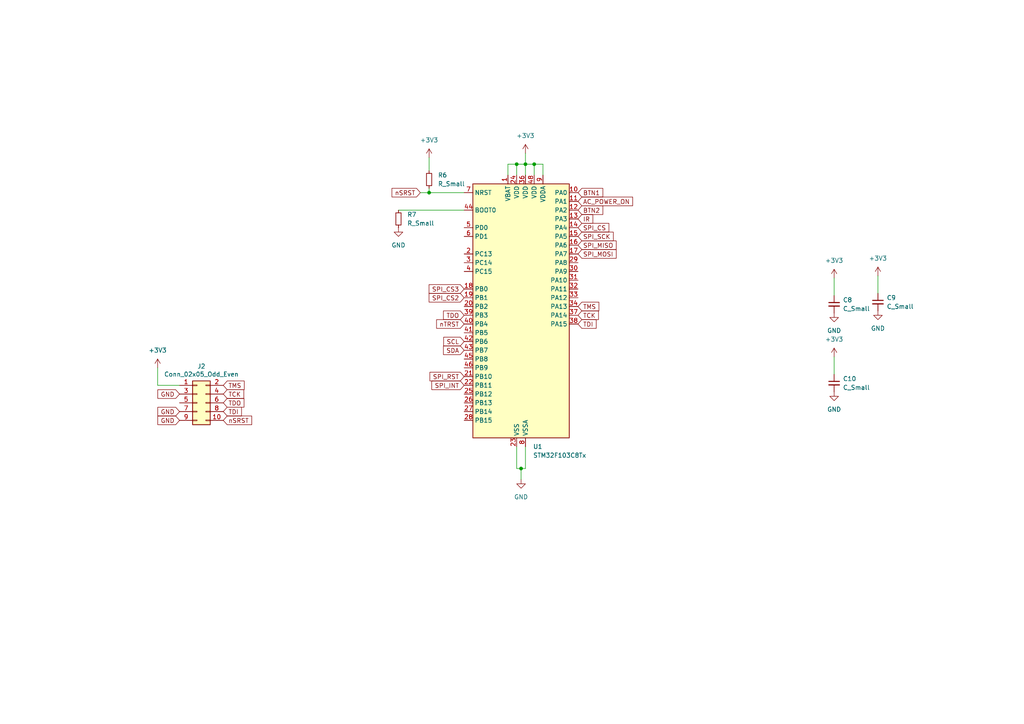
<source format=kicad_sch>
(kicad_sch (version 20230121) (generator eeschema)
  (paper "A4")
  (lib_symbols
    (symbol "Connector_Generic:Conn_02x05_Odd_Even" (pin_names (offset 1.016) hide)
      (property "Reference" "J" (at 1.27 7.62 0))
      (property "Value" "Conn_02x05_Odd_Even" (at 1.27 -7.62 0))
      (symbol "Conn_02x05_Odd_Even_1_1"
        (rectangle (start -1.27 -4.953) (end 0 -5.207) (stroke (width 0.1524)))
        (rectangle (start -1.27 -2.413) (end 0 -2.667) (stroke (width 0.1524)))
        (rectangle (start -1.27 0.127) (end 0 -0.127) (stroke (width 0.1524)))
        (rectangle (start -1.27 2.667) (end 0 2.413) (stroke (width 0.1524)))
        (rectangle (start -1.27 5.207) (end 0 4.953) (stroke (width 0.1524)))
        (rectangle (start -1.27 6.35) (end 3.81 -6.35) (stroke (width 0.254)) (fill (type background)))
        (rectangle (start 3.81 -4.953) (end 2.54 -5.207) (stroke (width 0.1524)))
        (rectangle (start 3.81 -2.413) (end 2.54 -2.667) (stroke (width 0.1524)))
        (rectangle (start 3.81 0.127) (end 2.54 -0.127) (stroke (width 0.1524)))
        (rectangle (start 3.81 2.667) (end 2.54 2.413) (stroke (width 0.1524)))
        (rectangle (start 3.81 5.207) (end 2.54 4.953) (stroke (width 0.1524)))
        (pin passive line (at -5.08 5.08 0) (length 3.81) (name "Pin_1") (number "1"))
        (pin passive line (at 7.62 -5.08 180) (length 3.81) (name "Pin_10") (number "10"))
        (pin passive line (at 7.62 5.08 180) (length 3.81) (name "Pin_2") (number "2"))
        (pin passive line (at -5.08 2.54 0) (length 3.81) (name "Pin_3") (number "3"))
        (pin passive line (at 7.62 2.54 180) (length 3.81) (name "Pin_4") (number "4"))
        (pin passive line (at -5.08 0 0) (length 3.81) (name "Pin_5") (number "5"))
        (pin passive line (at 7.62 0 180) (length 3.81) (name "Pin_6") (number "6"))
        (pin passive line (at -5.08 -2.54 0) (length 3.81) (name "Pin_7") (number "7"))
        (pin passive line (at 7.62 -2.54 180) (length 3.81) (name "Pin_8") (number "8"))
        (pin passive line (at -5.08 -5.08 0) (length 3.81) (name "Pin_9") (number "9"))
      )
    )
    (symbol "Device:C_Small" (pin_numbers hide) (pin_names (offset 0.254) hide)
      (property "Reference" "C" (at 0.254 1.778 0))
      (property "Value" "C_Small" (at 0.254 -2.032 0))
      (symbol "C_Small_0_1"
        (polyline (pts (xy -1.524 -0.508) (xy 1.524 -0.508)) (stroke (width 0.3302)))
        (polyline (pts (xy -1.524 0.508) (xy 1.524 0.508)) (stroke (width 0.3048)))
      )
      (symbol "C_Small_1_1"
        (pin passive line (at 0 2.54 270) (length 2.032) (name "~") (number "1"))
        (pin passive line (at 0 -2.54 90) (length 2.032) (name "~") (number "2"))
      )
    )
    (symbol "Device:R_Small" (pin_numbers hide) (pin_names (offset 0.254) hide)
      (property "Reference" "R" (at 0.762 0.508 0))
      (property "Value" "R_Small" (at 0.762 -1.016 0))
      (symbol "R_Small_0_1"
        (rectangle (start -0.762 1.778) (end 0.762 -1.778) (stroke (width 0.2032)))
      )
      (symbol "R_Small_1_1"
        (pin passive line (at 0 2.54 270) (length 0.762) (name "~") (number "1"))
        (pin passive line (at 0 -2.54 90) (length 0.762) (name "~") (number "2"))
      )
    )
    (symbol "MCU_ST_STM32F1:STM32F103C8Tx"
      (property "Reference" "U" (at -12.7 39.37 0))
      (property "Value" "STM32F103C8Tx" (at 10.16 39.37 0))
      (symbol "STM32F103C8Tx_0_1"
        (rectangle (start -12.7 -35.56) (end 15.24 38.1) (stroke (width 0.254)) (fill (type background)))
      )
      (symbol "STM32F103C8Tx_1_1"
        (pin power_in line (at -2.54 40.64 270) (length 2.54) (name "VBAT") (number "1"))
        (pin bidirectional line (at 17.78 35.56 180) (length 2.54) (name "PA0") (number "10"))
        (pin bidirectional line (at 17.78 33.02 180) (length 2.54) (name "PA1") (number "11"))
        (pin bidirectional line (at 17.78 30.48 180) (length 2.54) (name "PA2") (number "12"))
        (pin bidirectional line (at 17.78 27.94 180) (length 2.54) (name "PA3") (number "13"))
        (pin bidirectional line (at 17.78 25.4 180) (length 2.54) (name "PA4") (number "14"))
        (pin bidirectional line (at 17.78 22.86 180) (length 2.54) (name "PA5") (number "15"))
        (pin bidirectional line (at 17.78 20.32 180) (length 2.54) (name "PA6") (number "16"))
        (pin bidirectional line (at 17.78 17.78 180) (length 2.54) (name "PA7") (number "17"))
        (pin bidirectional line (at -15.24 7.62 0) (length 2.54) (name "PB0") (number "18"))
        (pin bidirectional line (at -15.24 5.08 0) (length 2.54) (name "PB1") (number "19"))
        (pin bidirectional line (at -15.24 17.78 0) (length 2.54) (name "PC13") (number "2"))
        (pin bidirectional line (at -15.24 2.54 0) (length 2.54) (name "PB2") (number "20"))
        (pin bidirectional line (at -15.24 -17.78 0) (length 2.54) (name "PB10") (number "21"))
        (pin bidirectional line (at -15.24 -20.32 0) (length 2.54) (name "PB11") (number "22"))
        (pin power_in line (at 0 -38.1 90) (length 2.54) (name "VSS") (number "23"))
        (pin power_in line (at 0 40.64 270) (length 2.54) (name "VDD") (number "24"))
        (pin bidirectional line (at -15.24 -22.86 0) (length 2.54) (name "PB12") (number "25"))
        (pin bidirectional line (at -15.24 -25.4 0) (length 2.54) (name "PB13") (number "26"))
        (pin bidirectional line (at -15.24 -27.94 0) (length 2.54) (name "PB14") (number "27"))
        (pin bidirectional line (at -15.24 -30.48 0) (length 2.54) (name "PB15") (number "28"))
        (pin bidirectional line (at 17.78 15.24 180) (length 2.54) (name "PA8") (number "29"))
        (pin bidirectional line (at -15.24 15.24 0) (length 2.54) (name "PC14") (number "3"))
        (pin bidirectional line (at 17.78 12.7 180) (length 2.54) (name "PA9") (number "30"))
        (pin bidirectional line (at 17.78 10.16 180) (length 2.54) (name "PA10") (number "31"))
        (pin bidirectional line (at 17.78 7.62 180) (length 2.54) (name "PA11") (number "32"))
        (pin bidirectional line (at 17.78 5.08 180) (length 2.54) (name "PA12") (number "33"))
        (pin bidirectional line (at 17.78 2.54 180) (length 2.54) (name "PA13") (number "34"))
        (pin passive line (at 0 -38.1 90) (length 2.54) hide (name "VSS") (number "35"))
        (pin power_in line (at 2.54 40.64 270) (length 2.54) (name "VDD") (number "36"))
        (pin bidirectional line (at 17.78 0 180) (length 2.54) (name "PA14") (number "37"))
        (pin bidirectional line (at 17.78 -2.54 180) (length 2.54) (name "PA15") (number "38"))
        (pin bidirectional line (at -15.24 0 0) (length 2.54) (name "PB3") (number "39"))
        (pin bidirectional line (at -15.24 12.7 0) (length 2.54) (name "PC15") (number "4"))
        (pin bidirectional line (at -15.24 -2.54 0) (length 2.54) (name "PB4") (number "40"))
        (pin bidirectional line (at -15.24 -5.08 0) (length 2.54) (name "PB5") (number "41"))
        (pin bidirectional line (at -15.24 -7.62 0) (length 2.54) (name "PB6") (number "42"))
        (pin bidirectional line (at -15.24 -10.16 0) (length 2.54) (name "PB7") (number "43"))
        (pin input line (at -15.24 30.48 0) (length 2.54) (name "BOOT0") (number "44"))
        (pin bidirectional line (at -15.24 -12.7 0) (length 2.54) (name "PB8") (number "45"))
        (pin bidirectional line (at -15.24 -15.24 0) (length 2.54) (name "PB9") (number "46"))
        (pin passive line (at 0 -38.1 90) (length 2.54) hide (name "VSS") (number "47"))
        (pin power_in line (at 5.08 40.64 270) (length 2.54) (name "VDD") (number "48"))
        (pin bidirectional line (at -15.24 25.4 0) (length 2.54) (name "PD0") (number "5"))
        (pin bidirectional line (at -15.24 22.86 0) (length 2.54) (name "PD1") (number "6"))
        (pin input line (at -15.24 35.56 0) (length 2.54) (name "NRST") (number "7"))
        (pin power_in line (at 2.54 -38.1 90) (length 2.54) (name "VSSA") (number "8"))
        (pin power_in line (at 7.62 40.64 270) (length 2.54) (name "VDDA") (number "9"))
      )
    )
    (symbol "power:+3V3" (power) (pin_names (offset 0))
      (property "Value" "+3V3" (at 0 3.556 0))
      (symbol "+3V3_0_1"
        (polyline (pts (xy -0.762 1.27) (xy 0 2.54)))
        (polyline (pts (xy 0 0) (xy 0 2.54)))
        (polyline (pts (xy 0 2.54) (xy 0.762 1.27)))
      )
      (symbol "+3V3_1_1"
        (pin power_in line (at 0 0 90) (length 0) hide (name "+3V3") (number "1"))
      )
    )
    (symbol "power:GND" (power) (pin_names (offset 0))
      (property "Value" "GND" (at 0 -3.81 0))
      (symbol "GND_0_1"
        (polyline (pts (xy 0 0) (xy 0 -1.27) (xy 1.27 -1.27) (xy 0 -2.54) (xy -1.27 -1.27) (xy 0 -1.27)))
      )
      (symbol "GND_1_1"
        (pin power_in line (at 0 0 270) (length 0) hide (name "GND") (number "1"))
      )
    )
  )
  (junction (at 154.94 47.625))
  (junction (at 151.13 135.89))
  (junction (at 152.4 47.625))
  (junction (at 149.86 47.625))
  (junction (at 124.46 55.88))
  (wire (pts (xy 124.46 45.72) (xy 124.46 49.53)))
  (wire (pts (xy 121.92 55.88) (xy 124.46 55.88)))
  (wire (pts (xy 149.86 129.54) (xy 149.86 135.89)))
  (wire (pts (xy 254.635 80.01) (xy 254.635 85.09)))
  (wire (pts (xy 149.86 47.625) (xy 152.4 47.625)))
  (wire (pts (xy 241.935 103.505) (xy 241.935 108.585)))
  (wire (pts (xy 152.4 44.45) (xy 152.4 47.625)))
  (wire (pts (xy 152.4 47.625) (xy 152.4 50.8)))
  (wire (pts (xy 134.62 55.88) (xy 124.46 55.88)))
  (wire (pts (xy 241.935 80.645) (xy 241.935 85.725)))
  (wire (pts (xy 115.57 60.96) (xy 134.62 60.96)))
  (wire (pts (xy 154.94 47.625) (xy 154.94 50.8)))
  (wire (pts (xy 147.32 47.625) (xy 149.86 47.625)))
  (wire (pts (xy 149.86 135.89) (xy 151.13 135.89)))
  (wire (pts (xy 124.46 55.88) (xy 124.46 54.61)))
  (wire (pts (xy 152.4 135.89) (xy 152.4 129.54)))
  (wire (pts (xy 157.48 47.625) (xy 157.48 50.8)))
  (wire (pts (xy 45.72 111.76) (xy 45.72 106.68)))
  (wire (pts (xy 154.94 47.625) (xy 157.48 47.625)))
  (wire (pts (xy 149.86 47.625) (xy 149.86 50.8)))
  (wire (pts (xy 151.13 135.89) (xy 152.4 135.89)))
  (wire (pts (xy 52.07 111.76) (xy 45.72 111.76)))
  (wire (pts (xy 147.32 50.8) (xy 147.32 47.625)))
  (wire (pts (xy 151.13 135.89) (xy 151.13 139.065)))
  (wire (pts (xy 152.4 47.625) (xy 154.94 47.625)))
  (global_label "nTRST" (shape input) (at 134.62 93.98 180) (property "Intersheetrefs" "${INTERSHEET_REFS}" (effects hide)))
  (global_label "SDA" (shape input) (at 134.62 101.6 180) (property "Intersheetrefs" "${INTERSHEET_REFS}" (effects hide)))
  (global_label "SPI_CS" (shape input) (at 167.64 66.04 0) (property "Intersheetrefs" "${INTERSHEET_REFS}" (effects hide)))
  (global_label "TDO" (shape input) (at 134.62 91.44 180) (property "Intersheetrefs" "${INTERSHEET_REFS}" (effects hide)))
  (global_label "BTN1" (shape input) (at 167.64 55.88 0) (property "Intersheetrefs" "${INTERSHEET_REFS}" (effects hide)))
  (global_label "SPI_RST" (shape input) (at 134.62 109.22 180) (property "Intersheetrefs" "${INTERSHEET_REFS}" (effects hide)))
  (global_label "nSRST" (shape input) (at 121.92 55.88 180) (property "Intersheetrefs" "${INTERSHEET_REFS}" (effects hide)))
  (global_label "TMS" (shape input) (at 167.64 88.9 0) (property "Intersheetrefs" "${INTERSHEET_REFS}" (effects hide)))
  (global_label "SPI_MOSI" (shape input) (at 167.64 73.66 0) (property "Intersheetrefs" "${INTERSHEET_REFS}" (effects hide)))
  (global_label "TDI" (shape input) (at 167.64 93.98 0) (property "Intersheetrefs" "${INTERSHEET_REFS}" (effects hide)))
  (global_label "GND" (shape input) (at 52.07 119.38 180) (property "Intersheetrefs" "${INTERSHEET_REFS}" (effects hide)))
  (global_label "TDI" (shape input) (at 64.77 119.38 0) (property "Intersheetrefs" "${INTERSHEET_REFS}" (effects hide)))
  (global_label "SPI_INT" (shape input) (at 134.62 111.76 180) (property "Intersheetrefs" "${INTERSHEET_REFS}" (effects hide)))
  (global_label "TCK" (shape input) (at 167.64 91.44 0) (property "Intersheetrefs" "${INTERSHEET_REFS}" (effects hide)))
  (global_label "GND" (shape input) (at 52.07 114.3 180) (property "Intersheetrefs" "${INTERSHEET_REFS}" (effects hide)))
  (global_label "SPI_MISO" (shape input) (at 167.64 71.12 0) (property "Intersheetrefs" "${INTERSHEET_REFS}" (effects hide)))
  (global_label "nSRST" (shape input) (at 64.77 121.92 0) (property "Intersheetrefs" "${INTERSHEET_REFS}" (effects hide)))
  (global_label "TMS" (shape input) (at 64.77 111.76 0) (property "Intersheetrefs" "${INTERSHEET_REFS}" (effects hide)))
  (global_label "TDO" (shape input) (at 64.77 116.84 0) (property "Intersheetrefs" "${INTERSHEET_REFS}" (effects hide)))
  (global_label "GND" (shape input) (at 52.07 121.92 180) (property "Intersheetrefs" "${INTERSHEET_REFS}" (effects hide)))
  (global_label "SPI_SCK" (shape input) (at 167.64 68.58 0) (property "Intersheetrefs" "${INTERSHEET_REFS}" (effects hide)))
  (global_label "SPI_CS3" (shape input) (at 134.62 83.82 180) (property "Intersheetrefs" "${INTERSHEET_REFS}" (effects hide)))
  (global_label "SCL" (shape input) (at 134.62 99.06 180) (property "Intersheetrefs" "${INTERSHEET_REFS}" (effects hide)))
  (global_label "TCK" (shape input) (at 64.77 114.3 0) (property "Intersheetrefs" "${INTERSHEET_REFS}" (effects hide)))
  (global_label "AC_POWER_ON" (shape input) (at 167.64 58.42 0) (property "Intersheetrefs" "${INTERSHEET_REFS}" (effects hide)))
  (global_label "SPI_CS2" (shape input) (at 134.62 86.36 180) (property "Intersheetrefs" "${INTERSHEET_REFS}" (effects hide)))
  (global_label "IR" (shape input) (at 167.64 63.5 0) (property "Intersheetrefs" "${INTERSHEET_REFS}" (effects hide)))
  (global_label "BTN2" (shape input) (at 167.64 60.96 0) (property "Intersheetrefs" "${INTERSHEET_REFS}" (effects hide)))
  (symbol (lib_id "Device:C_Small") (at 241.935 88.265 0) (unit 1)
    (property "Reference" "C8" (at 244.475 87.0013 0) (effects (justify left)))
    (property "Value" "C_Small" (at 244.475 89.5413 0) (effects (justify left)))
    (property "Footprint" "Capacitor_SMD:C_0805_2012Metric" (effects hide))
  )
  (symbol (lib_id "power:+3V3") (at 124.46 45.72 0) (unit 1)
    (property "Reference" "#PWR026" (effects hide))
    (property "Value" "+3V3" (at 124.46 40.64 0))
  )
  (symbol (lib_id "power:GND") (at 241.935 90.805 0) (unit 1)
    (property "Reference" "#PWR018" (effects hide))
    (property "Value" "GND" (at 241.935 95.885 0))
  )
  (symbol (lib_id "power:GND") (at 151.13 139.065 0) (unit 1)
    (property "Reference" "#PWR020" (effects hide))
    (property "Value" "GND" (at 151.13 144.145 0))
  )
  (symbol (lib_id "Device:C_Small") (at 241.935 111.125 0) (unit 1)
    (property "Reference" "C10" (at 244.475 109.8613 0) (effects (justify left)))
    (property "Value" "C_Small" (at 244.475 112.4013 0) (effects (justify left)))
    (property "Footprint" "Capacitor_SMD:C_0805_2012Metric" (effects hide))
  )
  (symbol (lib_id "power:+3V3") (at 241.935 103.505 0) (unit 1)
    (property "Reference" "#PWR023" (effects hide))
    (property "Value" "+3V3" (at 241.935 98.425 0))
  )
  (symbol (lib_id "power:GND") (at 241.935 113.665 0) (unit 1)
    (property "Reference" "#PWR024" (effects hide))
    (property "Value" "GND" (at 241.935 118.745 0))
  )
  (symbol (lib_id "power:+3V3") (at 45.72 106.68 0) (unit 1)
    (property "Reference" "#PWR028" (effects hide))
    (property "Value" "+3V3" (at 45.72 101.6 0))
  )
  (symbol (lib_id "power:+3V3") (at 152.4 44.45 0) (unit 1)
    (property "Reference" "#PWR019" (effects hide))
    (property "Value" "+3V3" (at 152.4 39.37 0))
  )
  (symbol (lib_id "Device:R_Small") (at 115.57 63.5 0) (unit 1)
    (property "Reference" "R7" (at 118.11 62.23 0) (effects (justify left)))
    (property "Value" "R_Small" (at 118.11 64.77 0) (effects (justify left)))
    (property "Footprint" "Resistor_SMD:R_0805_2012Metric" (effects hide))
  )
  (symbol (lib_id "MCU_ST_STM32F1:STM32F103C8Tx") (at 149.86 91.44 0) (unit 1)
    (property "Reference" "U1" (at 154.5941 129.54 0) (effects (justify left)))
    (property "Value" "STM32F103C8Tx" (at 154.5941 132.08 0) (effects (justify left)))
    (property "Footprint" "Package_QFP:LQFP-48_7x7mm_P0.5mm" (effects hide))
    (property "Datasheet" "https://www.st.com/resource/en/datasheet/stm32f103c8.pdf" (effects hide))
  )
  (symbol (lib_id "Connector_Generic:Conn_02x05_Odd_Even") (at 57.15 116.84 0) (unit 1)
    (property "Reference" "J2" (at 58.42 106.2482 0))
    (property "Value" "Conn_02x05_Odd_Even" (at 58.42 108.5596 0))
    (property "Footprint" "Connector_PinHeader_1.27mm:PinHeader_2x05_P1.27mm_Vertical_SMD" (effects hide))
    (instances (project "power_switch" (path "" (reference "J2") (unit 1))) (project "stm32XxxxCx_board" (path "" (reference "J4") (unit 1))))
  )
  (symbol (lib_id "power:+3V3") (at 241.935 80.645 0) (unit 1)
    (property "Reference" "#PWR017" (effects hide))
    (property "Value" "+3V3" (at 241.935 75.565 0))
  )
  (symbol (lib_id "power:GND") (at 115.57 66.04 0) (unit 1)
    (property "Reference" "#PWR027" (effects hide))
    (property "Value" "GND" (at 115.57 71.12 0))
  )
  (symbol (lib_id "power:GND") (at 254.635 90.17 0) (unit 1)
    (property "Reference" "#PWR022" (effects hide))
    (property "Value" "GND" (at 254.635 95.25 0))
  )
  (symbol (lib_id "Device:C_Small") (at 254.635 87.63 0) (unit 1)
    (property "Reference" "C9" (at 257.175 86.3663 0) (effects (justify left)))
    (property "Value" "C_Small" (at 257.175 88.9063 0) (effects (justify left)))
    (property "Footprint" "Capacitor_SMD:C_0805_2012Metric" (effects hide))
  )
  (symbol (lib_id "Device:R_Small") (at 124.46 52.07 0) (unit 1)
    (property "Reference" "R6" (at 127 50.8 0) (effects (justify left)))
    (property "Value" "R_Small" (at 127 53.34 0) (effects (justify left)))
    (property "Footprint" "Resistor_SMD:R_0805_2012Metric" (effects hide))
  )
  (symbol (lib_id "power:+3V3") (at 254.635 80.01 0) (unit 1)
    (property "Reference" "#PWR021" (effects hide))
    (property "Value" "+3V3" (at 254.635 74.93 0))
  )
)
</source>
